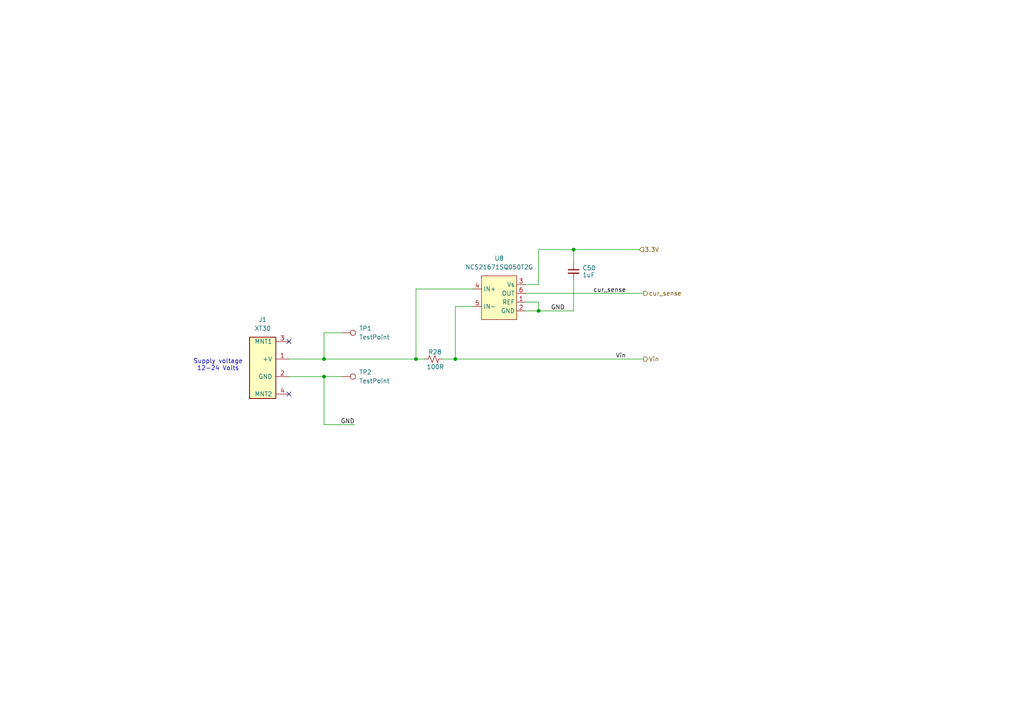
<source format=kicad_sch>
(kicad_sch (version 20231120) (generator "eeschema") (generator_version "8.0")
  (paper "A4")
  (lib_symbols
    (symbol "Connector:TestPoint" (pin_numbers hide) (pin_names (offset 0.762) hide)
      (property "Reference" "TP" (at 0 6.858 0))
      (property "Value" "TestPoint" (at 0 5.08 0))
      (symbol "TestPoint_0_1"
        (circle (center 0 3.302) (radius 0.762))
      )
      (symbol "TestPoint_1_1"
        (pin passive line (at 0 0 90) (length 2.54) (name "1") (number "1"))
      )
    )
    (symbol "Device:C_Small" (pin_numbers hide) (pin_names (offset 0.254) hide)
      (property "Reference" "C" (at 0.254 1.778 0))
      (property "Value" "C_Small" (at 0.254 -2.032 0))
      (symbol "C_Small_0_1"
        (polyline (pts (xy -1.524 -0.508) (xy 1.524 -0.508)) (stroke (width 0.3302)))
        (polyline (pts (xy -1.524 0.508) (xy 1.524 0.508)) (stroke (width 0.3048)))
      )
      (symbol "C_Small_1_1"
        (pin passive line (at 0 2.54 270) (length 2.032) (name "~") (number "1"))
        (pin passive line (at 0 -2.54 90) (length 2.032) (name "~") (number "2"))
      )
    )
    (symbol "Device:R_Small_US" (pin_numbers hide) (pin_names (offset 0.254) hide)
      (property "Reference" "R" (at 0.762 0.508 0))
      (property "Value" "R_Small_US" (at 0.762 -1.016 0))
      (symbol "R_Small_US_1_1"
        (polyline (pts (xy 0 0) (xy 1.016 -0.381) (xy 0 -0.762) (xy -1.016 -1.143) (xy 0 -1.524)))
        (polyline (pts (xy 0 1.524) (xy 1.016 1.143) (xy 0 0.762) (xy -1.016 0.381) (xy 0 0)))
        (pin passive line (at 0 2.54 270) (length 1.016) (name "~") (number "1"))
        (pin passive line (at 0 -2.54 90) (length 1.016) (name "~") (number "2"))
      )
    )
    (symbol "bitaxe:NCS21671-shunt-amp"
      (property "Reference" "U1" (at 0 9.652 0))
      (property "Value" "NCS21671SQ050T2G" (at 0 7.62 0))
      (symbol "NCS21671-shunt-amp_0_1"
        (rectangle (start -5.08 6.35) (end 5.08 -6.35) (stroke (width 0.1524)) (fill (type background)))
      )
      (symbol "NCS21671-shunt-amp_1_1"
        (pin bidirectional line (at 7.62 -1.27 180) (length 2.54) (name "REF") (number "1"))
        (pin bidirectional line (at 7.62 -3.81 180) (length 2.54) (name "GND") (number "2"))
        (pin bidirectional line (at 7.62 3.81 180) (length 2.54) (name "Vs") (number "3"))
        (pin bidirectional line (at -7.62 2.54 0) (length 2.54) (name "IN+") (number "4"))
        (pin bidirectional line (at -7.62 -2.54 0) (length 2.54) (name "IN-") (number "5"))
        (pin input line (at 7.62 1.27 180) (length 2.54) (name "OUT") (number "6"))
      )
    )
    (symbol "bitaxe:XT30PW-M" (pin_names (offset 1.016))
      (property "Reference" "J" (at -0.254 -10.922 0))
      (property "Value" "XT30" (at -0.254 10.668 0))
      (symbol "XT30PW-M_1_1"
        (rectangle (start -3.81 8.89) (end 3.81 -8.89) (stroke (width 0.254)) (fill (type background)))
        (pin power_in line (at -7.62 2.54 0) (length 3.81) (name "+V") (number "1"))
        (pin power_in line (at -7.62 -2.54 0) (length 3.81) (name "GND") (number "2"))
        (pin passive line (at -7.62 7.62 0) (length 3.81) (name "MNT1") (number "3"))
        (pin passive line (at -7.62 -7.62 0) (length 3.81) (name "MNT2") (number "4"))
      )
    )
  )
  (junction (at 93.98 104.14))
  (junction (at 132.08 104.14))
  (junction (at 166.37 72.39))
  (junction (at 120.65 104.14))
  (junction (at 156.21 90.17))
  (junction (at 93.98 109.22))
  (no_connect (at 83.82 99.06))
  (no_connect (at 83.82 114.3))
  (wire (pts (xy 99.06 96.52) (xy 93.98 96.52)))
  (wire (pts (xy 166.37 72.39) (xy 166.37 76.2)))
  (wire (pts (xy 132.08 104.14) (xy 186.69 104.14)))
  (wire (pts (xy 166.37 72.39) (xy 185.42 72.39)))
  (wire (pts (xy 166.37 81.28) (xy 166.37 90.17)))
  (wire (pts (xy 137.16 88.9) (xy 132.08 88.9)))
  (wire (pts (xy 132.08 104.14) (xy 128.27 104.14)))
  (wire (pts (xy 83.82 104.14) (xy 93.98 104.14)))
  (wire (pts (xy 137.16 83.82) (xy 120.65 83.82)))
  (wire (pts (xy 93.98 123.19) (xy 102.87 123.19)))
  (wire (pts (xy 156.21 87.63) (xy 156.21 90.17)))
  (wire (pts (xy 132.08 88.9) (xy 132.08 104.14)))
  (wire (pts (xy 120.65 104.14) (xy 123.19 104.14)))
  (wire (pts (xy 93.98 104.14) (xy 120.65 104.14)))
  (wire (pts (xy 83.82 109.22) (xy 93.98 109.22)))
  (wire (pts (xy 156.21 82.55) (xy 152.4 82.55)))
  (wire (pts (xy 156.21 72.39) (xy 166.37 72.39)))
  (wire (pts (xy 156.21 90.17) (xy 166.37 90.17)))
  (wire (pts (xy 93.98 96.52) (xy 93.98 104.14)))
  (wire (pts (xy 93.98 109.22) (xy 99.06 109.22)))
  (wire (pts (xy 156.21 72.39) (xy 156.21 82.55)))
  (wire (pts (xy 120.65 83.82) (xy 120.65 104.14)))
  (wire (pts (xy 152.4 85.09) (xy 186.69 85.09)))
  (wire (pts (xy 152.4 87.63) (xy 156.21 87.63)))
  (wire (pts (xy 156.21 90.17) (xy 152.4 90.17)))
  (wire (pts (xy 93.98 109.22) (xy 93.98 123.19)))
  (text "Supply voltage\n12-24 Volts" (at 63.246 105.918 0) (effects (font (size 1.27 1.27))))
  (label "GND" (at 102.87 123.19 180))
  (label "Vin" (at 181.61 104.14 180))
  (label "cur_sense" (at 181.61 85.09 180))
  (label "GND" (at 163.83 90.17 180))
  (hierarchical_label "3.3V" (shape input) (at 185.42 72.39 0))
  (hierarchical_label "Vin" (shape output) (at 186.69 104.14 0))
  (hierarchical_label "cur_sense" (shape output) (at 186.69 85.09 0))
  (symbol (lib_id "Device:C_Small") (at 166.37 78.74 0) (mirror y) (unit 1)
    (property "Reference" "C50" (at 168.91 77.724 0) (effects (justify right)))
    (property "Value" "1uF" (at 168.91 79.756 0) (effects (justify right)))
    (property "Description" "Unpolarized capacitor, small symbol" (effects (hide yes)))
  )
  (symbol (lib_id "Connector:TestPoint") (at 99.06 109.22 270) (unit 1)
    (property "Reference" "TP2" (at 104.14 107.9499 90) (effects (justify left)))
    (property "Value" "TestPoint" (at 104.14 110.4899 90) (effects (justify left)))
    (property "Description" "test point" (effects (hide yes)))
  )
  (symbol (lib_id "bitaxe:XT30PW-M") (at 76.2 106.68 0) (mirror y) (unit 1)
    (property "Reference" "J1" (at 76.2 92.71 0))
    (property "Value" "XT30" (at 76.2 95.25 0))
    (property "Footprint" "bitaxe:XT30PW-M" (effects (hide yes)))
    (property "PARTNO" "XT30PW-M" (effects (hide yes)))
  )
  (symbol (lib_id "Device:R_Small_US") (at 125.73 104.14 270) (unit 1)
    (property "Reference" "R28" (at 124.206 102.108 90) (effects (justify left)))
    (property "Value" "100R" (at 123.698 106.426 90) (effects (justify left)))
    (property "Description" "Resistor, small US symbol" (effects (hide yes)))
  )
  (symbol (lib_id "bitaxe:NCS21671-shunt-amp") (at 144.78 86.36 0) (unit 1)
    (property "Reference" "U8" (at 144.78 74.93 0))
    (property "Value" "NCS21671SQ050T2G" (at 144.78 77.47 0))
    (property "Footprint" "Package_TO_SOT_SMD:SOT-363_SC-70-6" (effects (hide yes)))
    (property "Datasheet" "https://www.onsemi.com/pdf/datasheet/ncs21671-d.pdf" (effects (hide yes)))
    (property "DK" "488-NCS21671SQ050T2GCT-ND" (effects (hide yes)))
    (property "PARTNUM" "NCS21671SQ050T2G" (effects (hide yes)))
  )
  (symbol (lib_id "Connector:TestPoint") (at 99.06 96.52 270) (unit 1)
    (property "Reference" "TP1" (at 104.14 95.2499 90) (effects (justify left)))
    (property "Value" "TestPoint" (at 104.14 97.7899 90) (effects (justify left)))
    (property "Description" "test point" (effects (hide yes)))
  )
)
</source>
